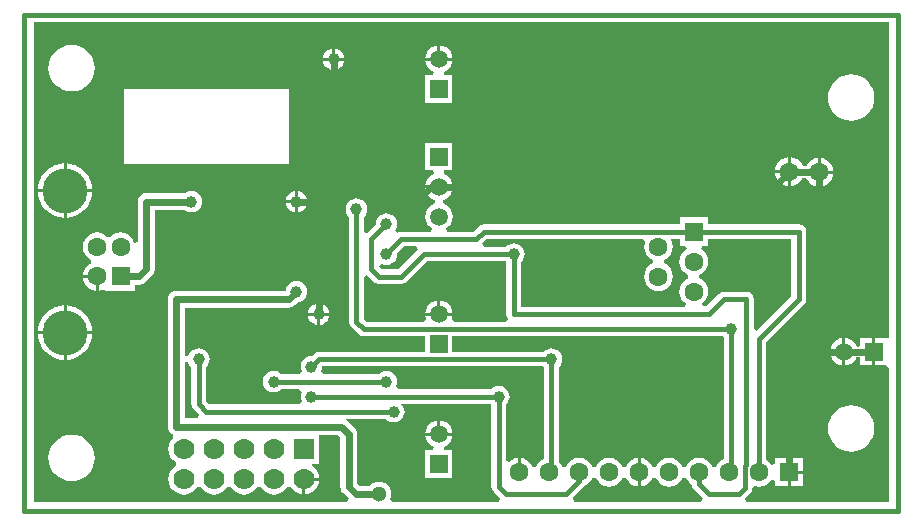
<source format=gtl>
%FSLAX25Y25*%
%MOIN*%
G70*
G01*
G75*
G04 Layer_Physical_Order=1*
G04 Layer_Color=255*
%ADD10C,0.01600*%
%ADD11C,0.02400*%
%ADD12C,0.05906*%
%ADD13R,0.05906X0.05906*%
%ADD14C,0.14961*%
%ADD15R,0.06299X0.06299*%
%ADD16C,0.06299*%
%ADD17C,0.07000*%
%ADD18R,0.07000X0.07000*%
%ADD19R,0.05906X0.05906*%
%ADD20R,0.06299X0.06299*%
%ADD21C,0.05118*%
%ADD22C,0.03937*%
%ADD23C,0.03937*%
G36*
X429955Y254955D02*
X430053Y254880D01*
Y214232D01*
X429376Y213952D01*
X428384Y213191D01*
X427623Y212198D01*
X427372Y211592D01*
X426172D01*
X425920Y212198D01*
X425159Y213191D01*
X424167Y213952D01*
X423011Y214430D01*
X421772Y214594D01*
X420532Y214430D01*
X419376Y213952D01*
X418384Y213191D01*
X417623Y212198D01*
X417372Y211592D01*
X416172D01*
X415920Y212198D01*
X415159Y213191D01*
X414167Y213952D01*
X413012Y214430D01*
X411772Y214594D01*
X410532Y214430D01*
X409376Y213952D01*
X408384Y213191D01*
X407623Y212198D01*
X407372Y211592D01*
X406172D01*
X405920Y212198D01*
X405159Y213191D01*
X404167Y213952D01*
X403012Y214430D01*
X402272Y214528D01*
Y209802D01*
Y205079D01*
X403012Y205176D01*
X404167Y205654D01*
X405159Y206416D01*
X405920Y207408D01*
X406172Y208014D01*
X407372D01*
X407623Y207408D01*
X408384Y206416D01*
X409376Y205654D01*
X410532Y205176D01*
X411772Y205013D01*
X413012Y205176D01*
X414167Y205654D01*
X415159Y206416D01*
X415920Y207408D01*
X416172Y208014D01*
X417372D01*
X417623Y207408D01*
X418384Y206416D01*
X419333Y205688D01*
X419480Y204947D01*
X419511Y204792D01*
X420041Y203998D01*
X422931Y201109D01*
X422472Y200000D01*
X380029D01*
X379569Y201109D01*
X383502Y205041D01*
X383814Y205508D01*
X384167Y205654D01*
X385159Y206416D01*
X385920Y207408D01*
X386172Y208014D01*
X387372D01*
X387623Y207408D01*
X388384Y206416D01*
X389376Y205654D01*
X390532Y205176D01*
X391772Y205013D01*
X393011Y205176D01*
X394167Y205654D01*
X395159Y206416D01*
X395920Y207408D01*
X396172Y208014D01*
X397372D01*
X397623Y207408D01*
X398384Y206416D01*
X399376Y205654D01*
X400532Y205176D01*
X401272Y205079D01*
Y209802D01*
Y214528D01*
X400532Y214430D01*
X399376Y213952D01*
X398384Y213191D01*
X397623Y212198D01*
X397372Y211592D01*
X396172D01*
X395920Y212198D01*
X395159Y213191D01*
X394167Y213952D01*
X393011Y214430D01*
X391772Y214594D01*
X390532Y214430D01*
X389376Y213952D01*
X388384Y213191D01*
X387623Y212198D01*
X387372Y211592D01*
X386172D01*
X385920Y212198D01*
X385159Y213191D01*
X384167Y213952D01*
X383012Y214430D01*
X381772Y214594D01*
X380532Y214430D01*
X379376Y213952D01*
X378384Y213191D01*
X377623Y212198D01*
X377372Y211592D01*
X376172D01*
X375920Y212198D01*
X375159Y213191D01*
X374947Y213353D01*
Y244880D01*
X375045Y244955D01*
X375617Y245700D01*
X375977Y246568D01*
X376099Y247500D01*
X375977Y248432D01*
X375617Y249300D01*
X375045Y250045D01*
X374300Y250617D01*
X373432Y250977D01*
X372500Y251099D01*
X371568Y250977D01*
X370700Y250617D01*
X369955Y250045D01*
X369880Y249947D01*
X339553D01*
Y255053D01*
X429880D01*
X429955Y254955D01*
D02*
G37*
G36*
X369955Y244955D02*
X370053Y244880D01*
Y214232D01*
X369376Y213952D01*
X368384Y213191D01*
X367623Y212198D01*
X367372Y211592D01*
X366172D01*
X365920Y212198D01*
X365159Y213191D01*
X364167Y213952D01*
X363012Y214430D01*
X362272Y214528D01*
Y209802D01*
X361272D01*
Y214528D01*
X360532Y214430D01*
X359376Y213952D01*
X358523Y213297D01*
X357745Y213681D01*
X357447Y213910D01*
Y232380D01*
X357545Y232455D01*
X358117Y233200D01*
X358477Y234068D01*
X358599Y235000D01*
X358477Y235932D01*
X358117Y236800D01*
X357545Y237545D01*
X356800Y238117D01*
X355932Y238477D01*
X355000Y238599D01*
X354068Y238477D01*
X353200Y238117D01*
X352455Y237545D01*
X352380Y237447D01*
X321599D01*
X321160Y237784D01*
X320718Y238445D01*
X320977Y239068D01*
X321099Y240000D01*
X320977Y240932D01*
X320617Y241800D01*
X320045Y242545D01*
X319300Y243117D01*
X318432Y243477D01*
X317500Y243599D01*
X316568Y243477D01*
X315700Y243117D01*
X314955Y242545D01*
X314880Y242447D01*
X296599D01*
X296160Y242784D01*
X295718Y243445D01*
X295977Y244068D01*
X296099Y245000D01*
X296146Y245053D01*
X369880D01*
X369955Y244955D01*
D02*
G37*
G36*
X452553Y268514D02*
X441056Y257016D01*
X439947Y257475D01*
Y267500D01*
X439761Y268436D01*
X439230Y269230D01*
X438436Y269761D01*
X437500Y269947D01*
X430000D01*
X429064Y269761D01*
X428270Y269230D01*
X424116Y265076D01*
X422947Y265349D01*
X422698Y266083D01*
X423387Y266613D01*
X424149Y267605D01*
X424627Y268760D01*
X424791Y270000D01*
X424627Y271240D01*
X424149Y272395D01*
X423387Y273387D01*
X422395Y274149D01*
X421789Y274400D01*
Y275600D01*
X422395Y275851D01*
X423387Y276613D01*
X424149Y277605D01*
X424627Y278760D01*
X424791Y280000D01*
X424627Y281240D01*
X424149Y282395D01*
X423387Y283387D01*
X422440Y284114D01*
X422711Y284911D01*
X422852Y285250D01*
X424750D01*
Y287553D01*
X452553D01*
Y268514D01*
D02*
G37*
G36*
X352455Y232455D02*
X352553Y232380D01*
Y205000D01*
X352708Y204219D01*
X352739Y204064D01*
X353270Y203270D01*
X355431Y201109D01*
X354972Y200000D01*
X319546D01*
X318880Y200998D01*
X319052Y201414D01*
X319195Y202500D01*
X319052Y203586D01*
X318633Y204597D01*
X317966Y205466D01*
X317097Y206133D01*
X316086Y206552D01*
X315000Y206695D01*
X313914Y206552D01*
X312902Y206133D01*
X312034Y205466D01*
X311925Y205324D01*
X308670D01*
X307824Y206170D01*
Y222500D01*
X307728Y223231D01*
X307446Y223912D01*
X306997Y224497D01*
X304497Y226997D01*
X303912Y227446D01*
X303933Y227553D01*
X317380D01*
X317455Y227455D01*
X318200Y226883D01*
X319068Y226523D01*
X320000Y226401D01*
X320932Y226523D01*
X321800Y226883D01*
X322545Y227455D01*
X323117Y228200D01*
X323477Y229068D01*
X323599Y230000D01*
X323477Y230932D01*
X323117Y231800D01*
X322545Y232545D01*
X322548Y232553D01*
X352380D01*
X352455Y232455D01*
D02*
G37*
G36*
X251523Y246568D02*
X251883Y245700D01*
X252455Y244955D01*
X252553Y244880D01*
Y232500D01*
X252708Y231719D01*
X252739Y231564D01*
X253270Y230770D01*
X255107Y228933D01*
X254647Y227824D01*
X250324D01*
Y246503D01*
X251522Y246582D01*
X251523Y246568D01*
D02*
G37*
G36*
X485000Y254553D02*
X485000D01*
X484553D01*
X484152Y254553D01*
X484152Y254553D01*
Y254553D01*
X480500D01*
Y249999D01*
Y245447D01*
X484152D01*
X485000Y244599D01*
Y200000D01*
X437529D01*
X437069Y201109D01*
X438702Y202741D01*
X439232Y203535D01*
X439263Y203691D01*
X439419Y204472D01*
Y204557D01*
X440416Y205224D01*
X440532Y205176D01*
X441772Y205013D01*
X443012Y205176D01*
X444167Y205654D01*
X445159Y206416D01*
X445886Y207363D01*
X446682Y207092D01*
X447022Y206952D01*
Y205054D01*
X451272D01*
Y209802D01*
Y214553D01*
X447022D01*
Y212655D01*
X446682Y212514D01*
X445886Y212244D01*
X445159Y213191D01*
X444219Y213912D01*
Y253258D01*
X456730Y265770D01*
X457261Y266564D01*
X457292Y266719D01*
X457447Y267500D01*
Y290000D01*
X457261Y290936D01*
X456730Y291730D01*
X455936Y292261D01*
X455000Y292447D01*
X424750D01*
Y294750D01*
X415250D01*
Y292447D01*
X350000D01*
X349064Y292261D01*
X348800Y292085D01*
X348270Y291730D01*
X346486Y289947D01*
X337760D01*
X337374Y291083D01*
X338247Y291753D01*
X338977Y292704D01*
X339436Y293811D01*
X339592Y295000D01*
X339436Y296188D01*
X338977Y297296D01*
X338247Y298247D01*
X337296Y298977D01*
X336274Y299400D01*
Y300600D01*
X337296Y301023D01*
X338247Y301753D01*
X338977Y302704D01*
X339436Y303812D01*
X339526Y304500D01*
X330474D01*
X330564Y303812D01*
X331023Y302704D01*
X331753Y301753D01*
X332704Y301023D01*
X333726Y300600D01*
Y299400D01*
X332704Y298977D01*
X331753Y298247D01*
X331023Y297296D01*
X330564Y296188D01*
X330408Y295000D01*
X330564Y293811D01*
X331023Y292704D01*
X331753Y291753D01*
X332626Y291083D01*
X332240Y289947D01*
X322500D01*
X321564Y289761D01*
X321204Y289521D01*
X320384Y290396D01*
X320617Y290700D01*
X320977Y291568D01*
X321099Y292500D01*
X320977Y293432D01*
X320617Y294300D01*
X320045Y295045D01*
X319300Y295617D01*
X318432Y295977D01*
X317500Y296099D01*
X316568Y295977D01*
X315700Y295617D01*
X314955Y295045D01*
X314383Y294300D01*
X314023Y293432D01*
X313901Y292500D01*
X313917Y292377D01*
X311056Y289516D01*
X309947Y289976D01*
Y294880D01*
X310045Y294955D01*
X310617Y295700D01*
X310977Y296568D01*
X311099Y297500D01*
X310977Y298432D01*
X310617Y299300D01*
X310045Y300045D01*
X309300Y300617D01*
X308432Y300977D01*
X307500Y301099D01*
X306568Y300977D01*
X305700Y300617D01*
X304955Y300045D01*
X304383Y299300D01*
X304023Y298432D01*
X303901Y297500D01*
X304023Y296568D01*
X304383Y295700D01*
X304955Y294955D01*
X305053Y294880D01*
Y260000D01*
X305208Y259219D01*
X305239Y259064D01*
X305770Y258270D01*
X308270Y255770D01*
X308800Y255415D01*
X309064Y255239D01*
X310000Y255053D01*
X330447D01*
Y249947D01*
X295000D01*
X294064Y249761D01*
X293800Y249585D01*
X293270Y249230D01*
X292623Y248583D01*
X292500Y248599D01*
X291568Y248477D01*
X290700Y248117D01*
X289955Y247545D01*
X289383Y246800D01*
X289023Y245932D01*
X288901Y245000D01*
X289023Y244068D01*
X289282Y243445D01*
X288840Y242784D01*
X288401Y242447D01*
X282620D01*
X282545Y242545D01*
X281800Y243117D01*
X280932Y243477D01*
X280000Y243599D01*
X279068Y243477D01*
X278200Y243117D01*
X277455Y242545D01*
X276883Y241800D01*
X276523Y240932D01*
X276401Y240000D01*
X276523Y239068D01*
X276883Y238200D01*
X277455Y237455D01*
X278200Y236883D01*
X279068Y236523D01*
X280000Y236401D01*
X280932Y236523D01*
X281800Y236883D01*
X282545Y237455D01*
X282620Y237553D01*
X288401D01*
X288840Y237216D01*
X289282Y236555D01*
X289023Y235932D01*
X288901Y235000D01*
X289023Y234068D01*
X289282Y233445D01*
X288840Y232784D01*
X288401Y232447D01*
X258514D01*
X257447Y233514D01*
Y244880D01*
X257545Y244955D01*
X258117Y245700D01*
X258477Y246568D01*
X258599Y247500D01*
X258477Y248432D01*
X258117Y249300D01*
X257545Y250045D01*
X256800Y250617D01*
X255932Y250977D01*
X255000Y251099D01*
X254068Y250977D01*
X253200Y250617D01*
X252455Y250045D01*
X251883Y249300D01*
X251523Y248432D01*
X251522Y248418D01*
X250324Y248497D01*
Y264676D01*
X285000D01*
X285731Y264772D01*
X285930Y264855D01*
X286412Y265054D01*
X286997Y265503D01*
X287954Y266461D01*
X288432Y266523D01*
X289300Y266883D01*
X290045Y267455D01*
X290617Y268200D01*
X290977Y269068D01*
X291099Y270000D01*
X290977Y270932D01*
X290617Y271800D01*
X290045Y272545D01*
X289300Y273117D01*
X288432Y273477D01*
X287500Y273599D01*
X286568Y273477D01*
X285700Y273117D01*
X284955Y272545D01*
X284383Y271800D01*
X284023Y270932D01*
X283961Y270455D01*
X283830Y270324D01*
X247500D01*
X246769Y270228D01*
X246088Y269946D01*
X245503Y269497D01*
X245054Y268912D01*
X244772Y268231D01*
X244676Y267500D01*
Y225000D01*
X244772Y224269D01*
X245054Y223588D01*
X245503Y223003D01*
X246088Y222554D01*
X246357Y222443D01*
X246514Y221253D01*
X246363Y221137D01*
X245545Y220072D01*
X245031Y218831D01*
X244856Y217500D01*
X245031Y216169D01*
X245545Y214928D01*
X246363Y213863D01*
X247357Y213100D01*
Y211900D01*
X246363Y211137D01*
X245545Y210072D01*
X245031Y208831D01*
X244856Y207500D01*
X245031Y206169D01*
X245545Y204928D01*
X246363Y203863D01*
X247428Y203045D01*
X248669Y202531D01*
X250000Y202356D01*
X251331Y202531D01*
X252572Y203045D01*
X253637Y203863D01*
X254400Y204856D01*
X255600D01*
X256363Y203863D01*
X257428Y203045D01*
X258669Y202531D01*
X260000Y202356D01*
X261331Y202531D01*
X262572Y203045D01*
X263637Y203863D01*
X264400Y204856D01*
X265600D01*
X266363Y203863D01*
X267428Y203045D01*
X268669Y202531D01*
X270000Y202356D01*
X271331Y202531D01*
X272572Y203045D01*
X273637Y203863D01*
X274400Y204856D01*
X275600D01*
X276363Y203863D01*
X277428Y203045D01*
X278669Y202531D01*
X280000Y202356D01*
X281331Y202531D01*
X282572Y203045D01*
X283637Y203863D01*
X284400Y204856D01*
X285600D01*
X286363Y203863D01*
X287428Y203045D01*
X288669Y202531D01*
X289500Y202422D01*
Y207501D01*
X289999D01*
Y208000D01*
X295078D01*
X294969Y208831D01*
X294455Y210072D01*
X293637Y211137D01*
X292572Y211955D01*
X292661Y212400D01*
X295100D01*
Y222176D01*
X301330D01*
X302176Y221330D01*
Y205000D01*
X302272Y204269D01*
X302355Y204070D01*
X302554Y203588D01*
X303003Y203003D01*
X304897Y201109D01*
X304438Y200000D01*
X200000D01*
Y360000D01*
X485000D01*
Y254553D01*
D02*
G37*
G36*
X357455Y279955D02*
X357553Y279880D01*
Y262500D01*
X357739Y261564D01*
X358112Y261005D01*
X357547Y259947D01*
X339950D01*
X339284Y260945D01*
X339436Y261312D01*
X339526Y262000D01*
X330474D01*
X330564Y261312D01*
X330716Y260945D01*
X330050Y259947D01*
X311014D01*
X309947Y261014D01*
Y275025D01*
X311056Y275484D01*
X313270Y273270D01*
X313800Y272915D01*
X314064Y272739D01*
X315000Y272553D01*
X322500D01*
X323281Y272708D01*
X323436Y272739D01*
X324230Y273270D01*
X331014Y280053D01*
X357380D01*
X357455Y279955D01*
D02*
G37*
G36*
X415250Y285250D02*
X417148D01*
X417289Y284911D01*
X417559Y284114D01*
X416613Y283387D01*
X415851Y282395D01*
X415373Y281240D01*
X415209Y280000D01*
X415373Y278760D01*
X415851Y277605D01*
X416613Y276613D01*
X417605Y275851D01*
X418211Y275600D01*
Y274400D01*
X417605Y274149D01*
X416613Y273387D01*
X415851Y272395D01*
X415373Y271240D01*
X415209Y270000D01*
X415373Y268760D01*
X415851Y267605D01*
X416613Y266613D01*
X417302Y266083D01*
X416917Y264947D01*
X362447D01*
Y279880D01*
X362545Y279955D01*
X363117Y280700D01*
X363477Y281568D01*
X363599Y282500D01*
X363477Y283432D01*
X363117Y284300D01*
X362545Y285045D01*
X361800Y285617D01*
X360932Y285977D01*
X360000Y286099D01*
X359068Y285977D01*
X358200Y285617D01*
X357455Y285045D01*
X357380Y284947D01*
X349975D01*
X349516Y286056D01*
X351014Y287553D01*
X403026D01*
X403692Y286555D01*
X403562Y286240D01*
X403398Y285000D01*
X403562Y283760D01*
X404040Y282605D01*
X404802Y281613D01*
X405794Y280851D01*
X406400Y280600D01*
Y279400D01*
X405794Y279149D01*
X404802Y278387D01*
X404040Y277395D01*
X403562Y276240D01*
X403398Y275000D01*
X403562Y273760D01*
X404040Y272605D01*
X404802Y271613D01*
X405794Y270851D01*
X406949Y270373D01*
X408189Y270209D01*
X409429Y270373D01*
X410584Y270851D01*
X411576Y271613D01*
X412338Y272605D01*
X412816Y273760D01*
X412980Y275000D01*
X412816Y276240D01*
X412338Y277395D01*
X411576Y278387D01*
X410584Y279149D01*
X409978Y279400D01*
Y280600D01*
X410584Y280851D01*
X411576Y281613D01*
X412338Y282605D01*
X412816Y283760D01*
X412980Y285000D01*
X412816Y286240D01*
X412338Y287395D01*
X412416Y287553D01*
X415250D01*
Y285250D01*
D02*
G37*
G36*
X327984Y283944D02*
X321486Y277447D01*
X316014D01*
X315105Y278356D01*
X315546Y279015D01*
X315945Y279282D01*
X316568Y279023D01*
X317500Y278901D01*
X318432Y279023D01*
X319300Y279383D01*
X320045Y279955D01*
X320617Y280700D01*
X320977Y281568D01*
X321099Y282500D01*
X321083Y282623D01*
X323514Y285053D01*
X327524D01*
X327984Y283944D01*
D02*
G37*
%LPC*%
G36*
X209894Y265374D02*
X208614Y265248D01*
X206902Y264729D01*
X205325Y263886D01*
X203942Y262751D01*
X202807Y261368D01*
X201964Y259791D01*
X201445Y258079D01*
X201319Y256799D01*
X209894D01*
Y265374D01*
D02*
G37*
G36*
X210894D02*
Y256799D01*
X219469D01*
X219343Y258079D01*
X218823Y259791D01*
X217980Y261368D01*
X216845Y262751D01*
X215463Y263886D01*
X213885Y264729D01*
X212174Y265248D01*
X210894Y265374D01*
D02*
G37*
G36*
X295500Y266034D02*
Y263000D01*
X298534D01*
X298477Y263432D01*
X298117Y264300D01*
X297545Y265045D01*
X296800Y265617D01*
X295932Y265977D01*
X295500Y266034D01*
D02*
G37*
G36*
X334500Y267026D02*
X333811Y266936D01*
X332704Y266477D01*
X331753Y265747D01*
X331023Y264796D01*
X330564Y263688D01*
X330474Y263000D01*
X334500D01*
Y267026D01*
D02*
G37*
G36*
X294500Y266034D02*
X294068Y265977D01*
X293200Y265617D01*
X292455Y265045D01*
X291883Y264300D01*
X291523Y263432D01*
X291466Y263000D01*
X294500D01*
Y266034D01*
D02*
G37*
G36*
Y262000D02*
X291466D01*
X291523Y261568D01*
X291883Y260700D01*
X292455Y259955D01*
X293200Y259383D01*
X294068Y259023D01*
X294500Y258966D01*
Y262000D01*
D02*
G37*
G36*
X298534D02*
X295500D01*
Y258966D01*
X295932Y259023D01*
X296800Y259383D01*
X297545Y259955D01*
X298117Y260700D01*
X298477Y261568D01*
X298534Y262000D01*
D02*
G37*
G36*
X479500Y254553D02*
X475447D01*
Y251822D01*
X474270Y251588D01*
X473977Y252296D01*
X473247Y253247D01*
X472296Y253977D01*
X471188Y254436D01*
X470500Y254526D01*
Y249999D01*
Y245474D01*
X471188Y245564D01*
X472296Y246023D01*
X473247Y246753D01*
X473977Y247704D01*
X474270Y248412D01*
X475447Y248178D01*
Y245447D01*
X479500D01*
Y249999D01*
Y254553D01*
D02*
G37*
G36*
X339526Y222000D02*
X330474D01*
X330564Y221311D01*
X331023Y220204D01*
X331753Y219253D01*
X332704Y218523D01*
X333413Y218230D01*
X333178Y217053D01*
X330447D01*
Y207947D01*
X339553D01*
Y217053D01*
X336822D01*
X336588Y218230D01*
X337296Y218523D01*
X338247Y219253D01*
X338977Y220204D01*
X339436Y221311D01*
X339526Y222000D01*
D02*
G37*
G36*
X456521Y214553D02*
X452272D01*
Y210303D01*
X456521D01*
Y214553D01*
D02*
G37*
G36*
X472441Y232149D02*
X470931Y232000D01*
X469479Y231560D01*
X468141Y230845D01*
X466968Y229882D01*
X466006Y228709D01*
X465290Y227371D01*
X464850Y225919D01*
X464701Y224410D01*
X464850Y222900D01*
X465290Y221448D01*
X466006Y220110D01*
X466968Y218937D01*
X468141Y217974D01*
X469479Y217259D01*
X470931Y216818D01*
X472441Y216670D01*
X473951Y216818D01*
X475403Y217259D01*
X476741Y217974D01*
X477914Y218937D01*
X478876Y220110D01*
X479591Y221448D01*
X480032Y222900D01*
X480181Y224410D01*
X480032Y225919D01*
X479591Y227371D01*
X478876Y228709D01*
X477914Y229882D01*
X476741Y230845D01*
X475403Y231560D01*
X473951Y232000D01*
X472441Y232149D01*
D02*
G37*
G36*
X295078Y207000D02*
X290500D01*
Y202422D01*
X291331Y202531D01*
X292572Y203045D01*
X293637Y203863D01*
X294455Y204928D01*
X294969Y206169D01*
X295078Y207000D01*
D02*
G37*
G36*
X456521Y209303D02*
X452272D01*
Y205054D01*
X456521D01*
Y209303D01*
D02*
G37*
G36*
X212598Y222307D02*
X211088Y222158D01*
X209637Y221717D01*
X208298Y221002D01*
X207126Y220040D01*
X206163Y218867D01*
X205448Y217529D01*
X205008Y216077D01*
X204859Y214567D01*
X205008Y213057D01*
X205448Y211605D01*
X206163Y210267D01*
X207126Y209094D01*
X208298Y208132D01*
X209637Y207416D01*
X211088Y206976D01*
X212598Y206827D01*
X214108Y206976D01*
X215560Y207416D01*
X216898Y208132D01*
X218071Y209094D01*
X219034Y210267D01*
X219749Y211605D01*
X220189Y213057D01*
X220338Y214567D01*
X220189Y216077D01*
X219749Y217529D01*
X219034Y218867D01*
X218071Y220040D01*
X216898Y221002D01*
X215560Y221717D01*
X214108Y222158D01*
X212598Y222307D01*
D02*
G37*
G36*
X209894Y255799D02*
X201319D01*
X201445Y254519D01*
X201964Y252807D01*
X202807Y251230D01*
X203942Y249847D01*
X205325Y248713D01*
X206902Y247869D01*
X208614Y247350D01*
X209894Y247224D01*
Y255799D01*
D02*
G37*
G36*
X219469D02*
X210894D01*
Y247224D01*
X212174Y247350D01*
X213885Y247869D01*
X215463Y248713D01*
X216845Y249847D01*
X217980Y251230D01*
X218823Y252807D01*
X219343Y254519D01*
X219469Y255799D01*
D02*
G37*
G36*
X469500Y254526D02*
X468812Y254436D01*
X467704Y253977D01*
X466753Y253247D01*
X466023Y252296D01*
X465564Y251188D01*
X465474Y250500D01*
X469500D01*
Y254526D01*
D02*
G37*
G36*
X334500Y227026D02*
X333811Y226936D01*
X332704Y226477D01*
X331753Y225747D01*
X331023Y224796D01*
X330564Y223689D01*
X330474Y223000D01*
X334500D01*
Y227026D01*
D02*
G37*
G36*
X335500D02*
Y223000D01*
X339526D01*
X339436Y223689D01*
X338977Y224796D01*
X338247Y225747D01*
X337296Y226477D01*
X336189Y226936D01*
X335500Y227026D01*
D02*
G37*
G36*
X469500Y249500D02*
X465474D01*
X465564Y248812D01*
X466023Y247704D01*
X466753Y246753D01*
X467704Y246023D01*
X468812Y245564D01*
X469500Y245474D01*
Y249500D01*
D02*
G37*
G36*
X335500Y267026D02*
Y263000D01*
X339526D01*
X339436Y263688D01*
X338977Y264796D01*
X338247Y265747D01*
X337296Y266477D01*
X336189Y266936D01*
X335500Y267026D01*
D02*
G37*
G36*
X285000Y337500D02*
X230000D01*
Y312500D01*
X285000D01*
Y337500D01*
D02*
G37*
G36*
X472441Y342385D02*
X470931Y342237D01*
X469479Y341796D01*
X468141Y341081D01*
X466968Y340118D01*
X466006Y338946D01*
X465290Y337608D01*
X464850Y336156D01*
X464701Y334646D01*
X464850Y333136D01*
X465290Y331684D01*
X466006Y330346D01*
X466968Y329173D01*
X468141Y328210D01*
X469479Y327495D01*
X470931Y327055D01*
X472441Y326906D01*
X473951Y327055D01*
X475403Y327495D01*
X476741Y328210D01*
X477914Y329173D01*
X478876Y330346D01*
X479591Y331684D01*
X480032Y333136D01*
X480181Y334646D01*
X480032Y336156D01*
X479591Y337608D01*
X478876Y338946D01*
X477914Y340118D01*
X476741Y341081D01*
X475403Y341796D01*
X473951Y342237D01*
X472441Y342385D01*
D02*
G37*
G36*
X339526Y347000D02*
X330474D01*
X330564Y346311D01*
X331023Y345204D01*
X331753Y344253D01*
X332704Y343523D01*
X333413Y343230D01*
X333178Y342053D01*
X330447D01*
Y332947D01*
X339553D01*
Y342053D01*
X336822D01*
X336588Y343230D01*
X337296Y343523D01*
X338247Y344253D01*
X338977Y345204D01*
X339436Y346311D01*
X339526Y347000D01*
D02*
G37*
G36*
X339553Y319553D02*
X330447D01*
Y310447D01*
X333178D01*
X333413Y309270D01*
X332704Y308977D01*
X331753Y308247D01*
X331023Y307296D01*
X330564Y306189D01*
X330474Y305500D01*
X339526D01*
X339436Y306189D01*
X338977Y307296D01*
X338247Y308247D01*
X337296Y308977D01*
X336588Y309270D01*
X336822Y310447D01*
X339553D01*
Y319553D01*
D02*
G37*
G36*
X462272Y314528D02*
Y310303D01*
X466496D01*
X466399Y311043D01*
X465920Y312198D01*
X465159Y313191D01*
X464167Y313952D01*
X463012Y314430D01*
X462272Y314528D01*
D02*
G37*
G36*
X451350Y314725D02*
X450610Y314627D01*
X449455Y314149D01*
X448463Y313387D01*
X447702Y312395D01*
X447223Y311240D01*
X447126Y310500D01*
X451350D01*
Y314725D01*
D02*
G37*
G36*
X212598Y352228D02*
X211088Y352079D01*
X209637Y351639D01*
X208298Y350923D01*
X207126Y349961D01*
X206163Y348788D01*
X205448Y347450D01*
X205008Y345998D01*
X204859Y344488D01*
X205008Y342978D01*
X205448Y341526D01*
X206163Y340188D01*
X207126Y339016D01*
X208298Y338053D01*
X209637Y337338D01*
X211088Y336897D01*
X212598Y336749D01*
X214108Y336897D01*
X215560Y337338D01*
X216898Y338053D01*
X218071Y339016D01*
X219034Y340188D01*
X219749Y341526D01*
X220189Y342978D01*
X220338Y344488D01*
X220189Y345998D01*
X219749Y347450D01*
X219034Y348788D01*
X218071Y349961D01*
X216898Y350923D01*
X215560Y351639D01*
X214108Y352079D01*
X212598Y352228D01*
D02*
G37*
G36*
X300500Y351033D02*
Y348000D01*
X303534D01*
X303477Y348432D01*
X303117Y349300D01*
X302545Y350045D01*
X301800Y350617D01*
X300932Y350977D01*
X300500Y351033D01*
D02*
G37*
G36*
X334500Y352026D02*
X333811Y351936D01*
X332704Y351477D01*
X331753Y350747D01*
X331023Y349796D01*
X330564Y348689D01*
X330474Y348000D01*
X334500D01*
Y352026D01*
D02*
G37*
G36*
X335500D02*
Y348000D01*
X339526D01*
X339436Y348689D01*
X338977Y349796D01*
X338247Y350747D01*
X337296Y351477D01*
X336189Y351936D01*
X335500Y352026D01*
D02*
G37*
G36*
X299500Y347000D02*
X296466D01*
X296523Y346568D01*
X296883Y345700D01*
X297455Y344955D01*
X298200Y344383D01*
X299068Y344023D01*
X299500Y343967D01*
Y347000D01*
D02*
G37*
G36*
X303534D02*
X300500D01*
Y343967D01*
X300932Y344023D01*
X301800Y344383D01*
X302545Y344955D01*
X303117Y345700D01*
X303477Y346568D01*
X303534Y347000D01*
D02*
G37*
G36*
X299500Y351033D02*
X299068Y350977D01*
X298200Y350617D01*
X297455Y350045D01*
X296883Y349300D01*
X296523Y348432D01*
X296466Y348000D01*
X299500D01*
Y351033D01*
D02*
G37*
G36*
X252500Y303599D02*
X251568Y303477D01*
X250700Y303117D01*
X250319Y302824D01*
X237500D01*
X236769Y302728D01*
X236088Y302446D01*
X235503Y301997D01*
X235054Y301412D01*
X234772Y300731D01*
X234676Y300000D01*
Y286553D01*
X233499Y286319D01*
X233086Y287317D01*
X232325Y288309D01*
X231332Y289070D01*
X230177Y289549D01*
X228937Y289712D01*
X227697Y289549D01*
X226542Y289070D01*
X225550Y288309D01*
X224450D01*
X223458Y289070D01*
X222303Y289549D01*
X221063Y289712D01*
X219823Y289549D01*
X218668Y289070D01*
X217675Y288309D01*
X216914Y287317D01*
X216436Y286161D01*
X216272Y284921D01*
X216436Y283681D01*
X216914Y282526D01*
X217675Y281534D01*
X218668Y280772D01*
X219084Y280600D01*
Y279400D01*
X218668Y279227D01*
X217675Y278466D01*
X216914Y277474D01*
X216436Y276319D01*
X216338Y275579D01*
X221064D01*
Y275080D01*
X221563D01*
Y270354D01*
X222303Y270451D01*
X223458Y270930D01*
X223458Y270930D01*
Y270930D01*
X224187Y270329D01*
Y270329D01*
X233687D01*
Y272255D01*
X234921D01*
X235652Y272351D01*
X235852Y272433D01*
X236333Y272633D01*
X236918Y273082D01*
X239497Y275660D01*
X239946Y276245D01*
X240145Y276727D01*
X240228Y276926D01*
X240324Y277658D01*
Y297176D01*
X250319D01*
X250700Y296883D01*
X251568Y296523D01*
X252500Y296401D01*
X253432Y296523D01*
X254300Y296883D01*
X255045Y297455D01*
X255617Y298200D01*
X255977Y299068D01*
X256099Y300000D01*
X255977Y300932D01*
X255617Y301800D01*
X255045Y302545D01*
X254300Y303117D01*
X253432Y303477D01*
X252500Y303599D01*
D02*
G37*
G36*
X287000Y299500D02*
X283966D01*
X284023Y299068D01*
X284383Y298200D01*
X284955Y297455D01*
X285700Y296883D01*
X286568Y296523D01*
X287000Y296466D01*
Y299500D01*
D02*
G37*
G36*
X291034D02*
X288000D01*
Y296466D01*
X288432Y296523D01*
X289300Y296883D01*
X290045Y297455D01*
X290617Y298200D01*
X290977Y299068D01*
X291034Y299500D01*
D02*
G37*
G36*
X220563Y274579D02*
X216338D01*
X216436Y273839D01*
X216914Y272683D01*
X217675Y271691D01*
X218668Y270930D01*
X219823Y270451D01*
X220563Y270354D01*
Y274579D01*
D02*
G37*
G36*
X209894Y303201D02*
X201319D01*
X201445Y301921D01*
X201964Y300209D01*
X202807Y298632D01*
X203942Y297249D01*
X205325Y296114D01*
X206902Y295271D01*
X208614Y294752D01*
X209894Y294626D01*
Y303201D01*
D02*
G37*
G36*
X219469D02*
X210894D01*
Y294626D01*
X212174Y294752D01*
X213885Y295271D01*
X215463Y296114D01*
X216845Y297249D01*
X217980Y298632D01*
X218823Y300209D01*
X219343Y301921D01*
X219469Y303201D01*
D02*
G37*
G36*
X287000Y303534D02*
X286568Y303477D01*
X285700Y303117D01*
X284955Y302545D01*
X284383Y301800D01*
X284023Y300932D01*
X283966Y300500D01*
X287000D01*
Y303534D01*
D02*
G37*
G36*
X452350Y314725D02*
Y309999D01*
Y305275D01*
X453090Y305373D01*
X454246Y305851D01*
X455238Y306613D01*
X455999Y307605D01*
X456170Y308018D01*
X457370D01*
X457623Y307408D01*
X458384Y306416D01*
X459376Y305654D01*
X460532Y305176D01*
X461272Y305079D01*
Y309802D01*
Y314528D01*
X460532Y314430D01*
X459376Y313952D01*
X458384Y313191D01*
X457623Y312198D01*
X457452Y311786D01*
X456252D01*
X455999Y312395D01*
X455238Y313387D01*
X454246Y314149D01*
X453090Y314627D01*
X452350Y314725D01*
D02*
G37*
G36*
X466496Y309303D02*
X462272D01*
Y305079D01*
X463012Y305176D01*
X464167Y305654D01*
X465159Y306416D01*
X465920Y307408D01*
X466399Y308563D01*
X466496Y309303D01*
D02*
G37*
G36*
X451350Y309500D02*
X447126D01*
X447223Y308760D01*
X447702Y307605D01*
X448463Y306613D01*
X449455Y305851D01*
X450610Y305373D01*
X451350Y305275D01*
Y309500D01*
D02*
G37*
G36*
X288000Y303534D02*
Y300500D01*
X291034D01*
X290977Y300932D01*
X290617Y301800D01*
X290045Y302545D01*
X289300Y303117D01*
X288432Y303477D01*
X288000Y303534D01*
D02*
G37*
G36*
X209894Y312776D02*
X208614Y312650D01*
X206902Y312130D01*
X205325Y311287D01*
X203942Y310153D01*
X202807Y308770D01*
X201964Y307192D01*
X201445Y305481D01*
X201319Y304201D01*
X209894D01*
Y312776D01*
D02*
G37*
G36*
X210894D02*
Y304201D01*
X219469D01*
X219343Y305481D01*
X218823Y307192D01*
X217980Y308770D01*
X216845Y310153D01*
X215463Y311287D01*
X213885Y312130D01*
X212174Y312650D01*
X210894Y312776D01*
D02*
G37*
%LPD*%
D10*
X350000Y290000D02*
X420000D01*
X257500Y230000D02*
X320000D01*
X255000Y232500D02*
X257500Y230000D01*
X360000Y262500D02*
Y282500D01*
Y262500D02*
X425000D01*
X430000Y267500D01*
X437500D01*
X322500Y275000D02*
X330000Y282500D01*
X315000Y275000D02*
X322500D01*
X312500Y277500D02*
X315000Y275000D01*
X330000Y282500D02*
X360000D01*
X312500Y277500D02*
Y287500D01*
X317500Y292500D01*
X421772Y205728D02*
X425000Y202500D01*
X421772Y205728D02*
Y209803D01*
X425000Y202500D02*
X435000D01*
X436972Y204472D01*
Y211791D01*
X437500Y212320D01*
Y267500D01*
X441772Y209803D02*
Y254272D01*
X455000Y267500D01*
Y290000D01*
X420000D02*
X455000D01*
X372500Y210532D02*
Y247500D01*
X295000D02*
X372500D01*
X381772Y209803D02*
X382500Y210532D01*
X307500Y260000D02*
X310000Y257500D01*
X307500Y260000D02*
Y297500D01*
X317500Y282500D02*
X322500Y287500D01*
X255000Y232500D02*
Y247500D01*
X280000Y240000D02*
X317500D01*
X292500Y245000D02*
X295000Y247500D01*
X381772Y206772D02*
Y209803D01*
X377500Y202500D02*
X381772Y206772D01*
X357500Y202500D02*
X377500D01*
X355000Y205000D02*
X357500Y202500D01*
X355000Y205000D02*
Y235000D01*
X292500D02*
X355000D01*
X371772Y209803D02*
X372500Y210532D01*
X310000Y257500D02*
X432500D01*
Y210532D02*
Y257500D01*
X431772Y209803D02*
X432500Y210532D01*
X441772Y209803D02*
X442500Y210532D01*
X322500Y287500D02*
X347500D01*
X350000Y290000D01*
X488189Y196850D02*
Y362205D01*
X196850Y196850D02*
Y362205D01*
Y196850D02*
X488189D01*
X196850Y362205D02*
X488189D01*
D11*
X307500Y202500D02*
X315000D01*
X305000Y205000D02*
X307500Y202500D01*
X305000Y205000D02*
Y222500D01*
X302500Y225000D02*
X305000Y222500D01*
X247500Y225000D02*
X302500D01*
X247500Y267500D02*
X285000D01*
X247500Y225000D02*
Y267500D01*
X285000D02*
X287500Y270000D01*
X295000Y300000D02*
X297500D01*
X287500D02*
X295000D01*
Y262500D02*
Y300000D01*
X446850Y305000D02*
X451850Y310000D01*
X451772Y209803D02*
X451850Y209882D01*
Y310000D02*
X461575D01*
X330000Y302500D02*
X332500Y305000D01*
X300000Y302500D02*
X330000D01*
X300000D02*
Y347500D01*
X297500Y300000D02*
X300000Y302500D01*
X237500Y300000D02*
X252500D01*
X237500Y277658D02*
Y300000D01*
X234921Y275079D02*
X237500Y277658D01*
X228937Y275079D02*
X234921D01*
X332500Y305000D02*
X335000D01*
X446850D01*
X451772Y209803D02*
Y250000D01*
X470000D02*
X480000D01*
X461772Y250728D02*
Y309803D01*
Y250728D02*
X462500Y250000D01*
X451772D02*
X462500D01*
X470000D01*
D12*
X335000Y222500D02*
D03*
Y262500D02*
D03*
Y295000D02*
D03*
Y305000D02*
D03*
Y347500D02*
D03*
X470000Y250000D02*
D03*
D13*
X335000Y212500D02*
D03*
Y252500D02*
D03*
Y315000D02*
D03*
Y337500D02*
D03*
D14*
X210394Y256299D02*
D03*
Y303701D02*
D03*
D15*
X228937Y275079D02*
D03*
D16*
Y284921D02*
D03*
X221063Y275079D02*
D03*
Y284921D02*
D03*
X420000Y280000D02*
D03*
Y270000D02*
D03*
X408189Y285000D02*
D03*
Y275000D02*
D03*
X411772Y209803D02*
D03*
X421772D02*
D03*
X431772D02*
D03*
X441772D02*
D03*
X401772D02*
D03*
X391772D02*
D03*
X381772D02*
D03*
X371772D02*
D03*
X361772D02*
D03*
X461772Y309803D02*
D03*
X451850Y310000D02*
D03*
D17*
X250000Y207500D02*
D03*
Y217500D02*
D03*
X260000Y207500D02*
D03*
Y217500D02*
D03*
X270000Y207500D02*
D03*
Y217500D02*
D03*
X280000Y207500D02*
D03*
Y217500D02*
D03*
X290000Y207500D02*
D03*
D18*
Y217500D02*
D03*
D19*
X480000Y250000D02*
D03*
D20*
X420000Y290000D02*
D03*
X451772Y209803D02*
D03*
D21*
X315000Y202500D02*
D03*
D22*
X360000Y282500D02*
D03*
X432500Y257500D02*
D03*
X355000Y235000D02*
D03*
X372500Y247500D02*
D03*
D23*
X317500Y292500D02*
D03*
X287500Y270000D02*
D03*
X295000Y262500D02*
D03*
X307500Y297500D02*
D03*
X317500Y282500D02*
D03*
X300000Y347500D02*
D03*
X287500Y300000D02*
D03*
X252500D02*
D03*
X320000Y230000D02*
D03*
X255000Y247500D02*
D03*
X280000Y240000D02*
D03*
X317500D02*
D03*
X292500Y235000D02*
D03*
Y245000D02*
D03*
M02*

</source>
